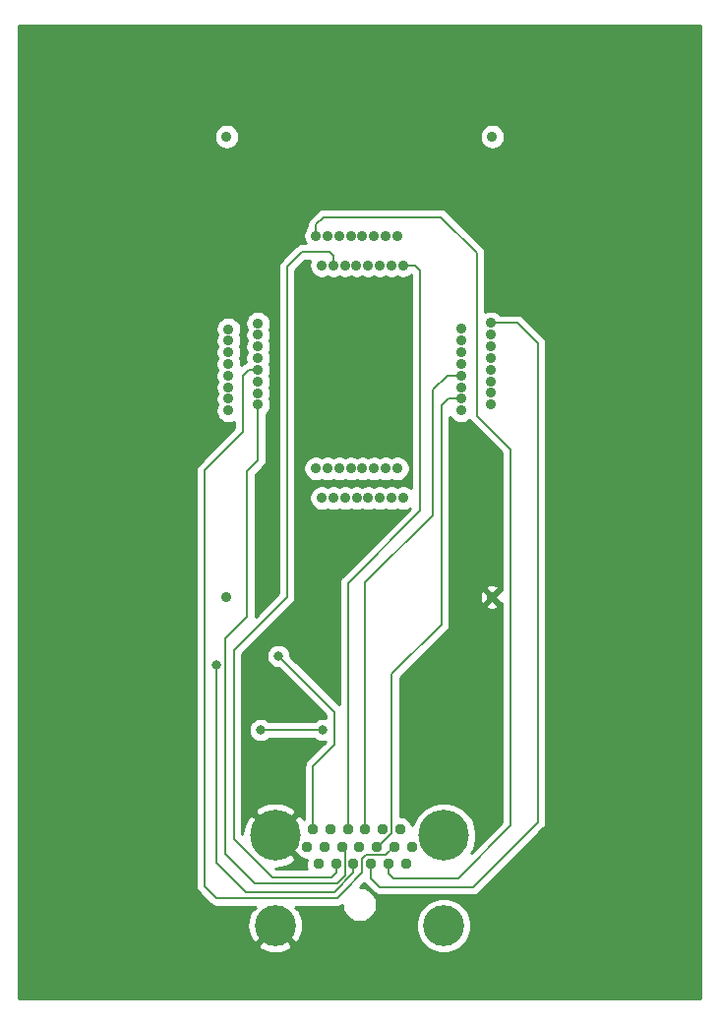
<source format=gbr>
G04 #@! TF.GenerationSoftware,KiCad,Pcbnew,5.1.2-1.fc30*
G04 #@! TF.CreationDate,2019-08-21T13:34:15+02:00*
G04 #@! TF.ProjectId,CarteScreening,43617274-6553-4637-9265-656e696e672e,rev?*
G04 #@! TF.SameCoordinates,Original*
G04 #@! TF.FileFunction,Copper,L1,Top*
G04 #@! TF.FilePolarity,Positive*
%FSLAX46Y46*%
G04 Gerber Fmt 4.6, Leading zero omitted, Abs format (unit mm)*
G04 Created by KiCad (PCBNEW 5.1.2-1.fc30) date 2019-08-21 13:34:15*
%MOMM*%
%LPD*%
G04 APERTURE LIST*
%ADD10C,0.914400*%
%ADD11C,3.526000*%
%ADD12C,4.364000*%
%ADD13C,0.950000*%
%ADD14C,0.800000*%
%ADD15C,0.200000*%
%ADD16C,0.254000*%
G04 APERTURE END LIST*
D10*
X138722400Y-82758440D03*
X141262400Y-81257300D03*
X138722400Y-80756920D03*
X138722400Y-78755400D03*
X141262400Y-78255020D03*
X141262400Y-79255780D03*
X141262400Y-83258820D03*
X141262400Y-80256540D03*
X141262400Y-82258060D03*
X138722400Y-79756160D03*
X141262400Y-77254260D03*
X138722400Y-81757680D03*
X138722400Y-76753880D03*
X138722400Y-77754640D03*
X138722400Y-83759200D03*
X141262400Y-76253500D03*
X147241560Y-68722400D03*
X148742700Y-71262400D03*
X149243080Y-68722400D03*
X151244600Y-68722400D03*
X151744980Y-71262400D03*
X150744220Y-71262400D03*
X146741180Y-71262400D03*
X149743460Y-71262400D03*
X147741940Y-71262400D03*
X150243840Y-68722400D03*
X152745740Y-71262400D03*
X148242320Y-68722400D03*
X153246120Y-68722400D03*
X152245360Y-68722400D03*
X146240800Y-68722400D03*
X153746500Y-71262400D03*
X161277600Y-77241560D03*
X158737600Y-78742700D03*
X161277600Y-79243080D03*
X161277600Y-81244600D03*
X158737600Y-81744980D03*
X158737600Y-80744220D03*
X158737600Y-76741180D03*
X158737600Y-79743460D03*
X158737600Y-77741940D03*
X161277600Y-80243840D03*
X158737600Y-82745740D03*
X161277600Y-78242320D03*
X161277600Y-83246120D03*
X161277600Y-82245360D03*
X161277600Y-76240800D03*
X158737600Y-83746500D03*
X153759200Y-91277600D03*
X153258820Y-88737600D03*
X152758440Y-91277600D03*
X152258060Y-88737600D03*
X151757680Y-91277600D03*
X151257300Y-88737600D03*
X150756920Y-91277600D03*
X150256540Y-88737600D03*
X149756160Y-91277600D03*
X149255780Y-88737600D03*
X148755400Y-91277600D03*
X148255020Y-88737600D03*
X147754640Y-91277600D03*
X147254260Y-88737600D03*
X146753880Y-91277600D03*
X146253500Y-88737600D03*
X138570000Y-99812000D03*
X161430000Y-99812000D03*
X161430000Y-60188000D03*
X138570000Y-60188000D03*
D11*
X142745000Y-128090000D03*
D12*
X142745000Y-120330000D03*
D11*
X157245000Y-128090000D03*
D12*
X157245000Y-120330000D03*
D13*
X145495000Y-121290000D03*
X145995000Y-119790000D03*
X146495000Y-122790000D03*
X146995000Y-121290000D03*
X147495000Y-119790000D03*
X147995000Y-122790000D03*
X148495000Y-121290000D03*
X148995000Y-119790000D03*
X149495000Y-122790000D03*
X149995000Y-121290000D03*
X150495000Y-119790000D03*
X150995000Y-122790000D03*
X151495000Y-121290000D03*
X151995000Y-119790000D03*
X152495000Y-122790000D03*
X152995000Y-121290000D03*
X153495000Y-119790000D03*
X153995000Y-122790000D03*
X154495000Y-121290000D03*
D14*
X161000000Y-86800000D03*
X150900000Y-78000000D03*
X146200000Y-73800000D03*
X146200000Y-78000000D03*
X147400000Y-100500000D03*
X146812000Y-111252000D03*
X143022800Y-104881200D03*
X137668000Y-105664000D03*
X141478000Y-111252000D03*
D15*
X147828000Y-109686400D02*
X143022800Y-104881200D01*
X147828000Y-112522000D02*
X147828000Y-109686400D01*
X145995000Y-119790000D02*
X145995000Y-114355000D01*
X145995000Y-114355000D02*
X147828000Y-112522000D01*
X147741940Y-70441940D02*
X147741940Y-71262400D01*
X145034000Y-70104000D02*
X147404000Y-70104000D01*
X147404000Y-70104000D02*
X147741940Y-70441940D01*
X139192000Y-104394000D02*
X143764000Y-99822000D01*
X147995000Y-123531000D02*
X147574000Y-123952000D01*
X143764000Y-99822000D02*
X143764000Y-71374000D01*
X147995000Y-122790000D02*
X147995000Y-123531000D01*
X147574000Y-123952000D02*
X142494000Y-123952000D01*
X142494000Y-123952000D02*
X139192000Y-120650000D01*
X143764000Y-71374000D02*
X145034000Y-70104000D01*
X139192000Y-120650000D02*
X139192000Y-104394000D01*
X148495000Y-121290000D02*
X148745100Y-121540100D01*
X148082000Y-124460000D02*
X148745100Y-123796900D01*
X140970000Y-124460000D02*
X148082000Y-124460000D01*
X138430000Y-121920000D02*
X140970000Y-124460000D01*
X138430000Y-103378000D02*
X138430000Y-121920000D01*
X140305300Y-101502700D02*
X138430000Y-103378000D01*
X148745100Y-122837100D02*
X148745100Y-123112700D01*
X148745100Y-121540100D02*
X148745100Y-122837100D01*
X148745100Y-123796900D02*
X148745100Y-122837100D01*
X141262400Y-83258820D02*
X141262400Y-88040200D01*
X140305300Y-88997300D02*
X140305300Y-101502700D01*
X141262400Y-88040200D02*
X140305300Y-88997300D01*
X153746500Y-71262400D02*
X154762400Y-71262400D01*
X155200000Y-71700000D02*
X155200000Y-92400000D01*
X154762400Y-71262400D02*
X155200000Y-71700000D01*
X148995000Y-98605000D02*
X148995000Y-119790000D01*
X155200000Y-92400000D02*
X148995000Y-98605000D01*
X149495000Y-122790000D02*
X149495000Y-123555000D01*
X149495000Y-123555000D02*
X147828000Y-125222000D01*
X147828000Y-125222000D02*
X140208000Y-125222000D01*
X140208000Y-125222000D02*
X137668000Y-122682000D01*
X137668000Y-122682000D02*
X137668000Y-105664000D01*
X158737600Y-80744220D02*
X157555780Y-80744220D01*
X157555780Y-80744220D02*
X156340900Y-81959100D01*
X156340900Y-81959100D02*
X156340900Y-83459100D01*
X156340900Y-83459100D02*
X156340900Y-83140900D01*
X150495000Y-98505000D02*
X150595000Y-98505000D01*
X150495000Y-119790000D02*
X150495000Y-98505000D01*
X156340900Y-92759100D02*
X156340900Y-83459100D01*
X150595000Y-98505000D02*
X156340900Y-92759100D01*
X165330000Y-119210000D02*
X162295000Y-122245000D01*
X162295000Y-122245000D02*
X159760000Y-124780000D01*
X165330000Y-77970000D02*
X165330000Y-119210000D01*
X162420000Y-122120000D02*
X162295000Y-122245000D01*
X163600800Y-76240800D02*
X165330000Y-77970000D01*
X161277600Y-76240800D02*
X163600800Y-76240800D01*
X150995000Y-122790000D02*
X150995000Y-124005000D01*
X151770000Y-124780000D02*
X153090000Y-124780000D01*
X150995000Y-124005000D02*
X151770000Y-124780000D01*
X159760000Y-124780000D02*
X153090000Y-124780000D01*
X153090000Y-124780000D02*
X152985000Y-124780000D01*
X151495000Y-121290000D02*
X151580500Y-121290000D01*
X151580500Y-121290000D02*
X152744900Y-120125600D01*
X152744900Y-120125600D02*
X152744900Y-106466800D01*
X158737600Y-82745740D02*
X157654260Y-82745740D01*
X157055850Y-83344150D02*
X157055850Y-102155850D01*
X157654260Y-82745740D02*
X157055850Y-83344150D01*
X152744900Y-106466800D02*
X157055850Y-102155850D01*
X141478000Y-111252000D02*
X146812000Y-111252000D01*
X163000000Y-119490000D02*
X163000000Y-87100000D01*
X158490000Y-124000000D02*
X163000000Y-119490000D01*
X152890000Y-124000000D02*
X158490000Y-124000000D01*
X152495000Y-122790000D02*
X152495000Y-123605000D01*
X163000000Y-87100000D02*
X160100000Y-84200000D01*
X152495000Y-123605000D02*
X152890000Y-124000000D01*
X146240800Y-68722400D02*
X146240800Y-67759200D01*
X146240800Y-67759200D02*
X146900000Y-67100000D01*
X146900000Y-67100000D02*
X157000000Y-67100000D01*
X157000000Y-67100000D02*
X160100000Y-70200000D01*
X160100000Y-84200000D02*
X160100000Y-75200000D01*
X160100000Y-70200000D02*
X160100000Y-75200000D01*
X160100000Y-75200000D02*
X160100000Y-74900000D01*
X148717000Y-125095000D02*
X148590000Y-125222000D01*
X139954900Y-85597100D02*
X139954900Y-80745100D01*
X140443460Y-80256540D02*
X141262400Y-80256540D01*
X139954900Y-80745100D02*
X140443460Y-80256540D01*
X148082000Y-125730000D02*
X137668000Y-125730000D01*
X148717000Y-125095000D02*
X148082000Y-125730000D01*
X137668000Y-125730000D02*
X136652000Y-124714000D01*
X136652000Y-88900000D02*
X139954900Y-85597100D01*
X136652000Y-124714000D02*
X136652000Y-88900000D01*
X150245000Y-123567000D02*
X148717000Y-125095000D01*
X150245000Y-122355000D02*
X150245000Y-123567000D01*
X150584500Y-122015500D02*
X150245000Y-122355000D01*
X152995000Y-121290000D02*
X152269500Y-122015500D01*
X152269500Y-122015500D02*
X150584500Y-122015500D01*
D16*
G36*
X179340001Y-134340000D02*
G01*
X120660000Y-134340000D01*
X120660000Y-129768860D01*
X141245745Y-129768860D01*
X141433384Y-130111349D01*
X141852932Y-130328392D01*
X142306761Y-130459417D01*
X142777433Y-130499385D01*
X143246857Y-130446762D01*
X143696996Y-130303570D01*
X144056616Y-130111349D01*
X144244255Y-129768860D01*
X142745000Y-128269605D01*
X141245745Y-129768860D01*
X120660000Y-129768860D01*
X120660000Y-88900000D01*
X135913444Y-88900000D01*
X135917001Y-88936115D01*
X135917000Y-124677895D01*
X135913444Y-124714000D01*
X135923065Y-124811680D01*
X135927635Y-124858084D01*
X135969663Y-124996632D01*
X136037913Y-125124319D01*
X136129762Y-125236237D01*
X136157808Y-125259254D01*
X137122746Y-126224193D01*
X137145762Y-126252238D01*
X137257680Y-126344087D01*
X137385367Y-126412337D01*
X137472347Y-126438722D01*
X137523914Y-126454365D01*
X137668000Y-126468556D01*
X137704105Y-126465000D01*
X140963176Y-126465000D01*
X140951784Y-126476392D01*
X141066138Y-126590746D01*
X140723651Y-126778384D01*
X140506608Y-127197932D01*
X140375583Y-127651761D01*
X140335615Y-128122433D01*
X140388238Y-128591857D01*
X140531430Y-129041996D01*
X140723651Y-129401616D01*
X141066140Y-129589255D01*
X142565395Y-128090000D01*
X142551253Y-128075858D01*
X142730858Y-127896253D01*
X142745000Y-127910395D01*
X142759143Y-127896253D01*
X142938748Y-128075858D01*
X142924605Y-128090000D01*
X144423860Y-129589255D01*
X144766349Y-129401616D01*
X144983392Y-128982068D01*
X145114417Y-128528239D01*
X145154385Y-128057567D01*
X145131545Y-127853818D01*
X154847000Y-127853818D01*
X154847000Y-128326182D01*
X154939154Y-128789471D01*
X155119920Y-129225879D01*
X155382352Y-129618636D01*
X155716364Y-129952648D01*
X156109121Y-130215080D01*
X156545529Y-130395846D01*
X157008818Y-130488000D01*
X157481182Y-130488000D01*
X157944471Y-130395846D01*
X158380879Y-130215080D01*
X158773636Y-129952648D01*
X159107648Y-129618636D01*
X159370080Y-129225879D01*
X159550846Y-128789471D01*
X159643000Y-128326182D01*
X159643000Y-127853818D01*
X159550846Y-127390529D01*
X159370080Y-126954121D01*
X159107648Y-126561364D01*
X158773636Y-126227352D01*
X158380879Y-125964920D01*
X157944471Y-125784154D01*
X157481182Y-125692000D01*
X157008818Y-125692000D01*
X156545529Y-125784154D01*
X156109121Y-125964920D01*
X155716364Y-126227352D01*
X155382352Y-126561364D01*
X155119920Y-126954121D01*
X154939154Y-127390529D01*
X154847000Y-127853818D01*
X145131545Y-127853818D01*
X145101762Y-127588143D01*
X144958570Y-127138004D01*
X144766349Y-126778384D01*
X144423862Y-126590746D01*
X144538216Y-126476392D01*
X144526824Y-126465000D01*
X148045895Y-126465000D01*
X148082000Y-126468556D01*
X148118105Y-126465000D01*
X148226085Y-126454365D01*
X148364633Y-126412337D01*
X148485000Y-126348000D01*
X148485000Y-126438722D01*
X148543029Y-126730451D01*
X148656856Y-127005253D01*
X148822107Y-127252569D01*
X149032431Y-127462893D01*
X149279747Y-127628144D01*
X149554549Y-127741971D01*
X149846278Y-127800000D01*
X150143722Y-127800000D01*
X150435451Y-127741971D01*
X150710253Y-127628144D01*
X150957569Y-127462893D01*
X151167893Y-127252569D01*
X151333144Y-127005253D01*
X151446971Y-126730451D01*
X151505000Y-126438722D01*
X151505000Y-126141278D01*
X151446971Y-125849549D01*
X151333144Y-125574747D01*
X151167893Y-125327431D01*
X150957569Y-125117107D01*
X150710253Y-124951856D01*
X150435451Y-124838029D01*
X150143722Y-124780000D01*
X150071447Y-124780000D01*
X150405801Y-124445645D01*
X150472763Y-124527238D01*
X150500808Y-124550254D01*
X151224746Y-125274193D01*
X151247762Y-125302238D01*
X151275806Y-125325253D01*
X151359680Y-125394087D01*
X151487366Y-125462337D01*
X151625915Y-125504365D01*
X151770000Y-125518556D01*
X151806105Y-125515000D01*
X159723895Y-125515000D01*
X159760000Y-125518556D01*
X159796105Y-125515000D01*
X159904085Y-125504365D01*
X160042633Y-125462337D01*
X160170320Y-125394087D01*
X160282238Y-125302238D01*
X160305259Y-125274188D01*
X162840253Y-122739194D01*
X162840258Y-122739188D01*
X162965253Y-122614193D01*
X165824193Y-119755254D01*
X165852238Y-119732238D01*
X165944087Y-119620320D01*
X166012337Y-119492633D01*
X166054365Y-119354085D01*
X166065000Y-119246105D01*
X166065000Y-119246098D01*
X166068555Y-119210001D01*
X166065000Y-119173904D01*
X166065000Y-78006096D01*
X166068555Y-77969999D01*
X166065000Y-77933902D01*
X166065000Y-77933895D01*
X166054365Y-77825915D01*
X166042714Y-77787505D01*
X166037892Y-77771611D01*
X166012337Y-77687367D01*
X165944087Y-77559680D01*
X165900117Y-77506103D01*
X165875253Y-77475806D01*
X165875250Y-77475803D01*
X165852237Y-77447762D01*
X165824197Y-77424750D01*
X164146058Y-75746612D01*
X164123038Y-75718562D01*
X164011120Y-75626713D01*
X163883433Y-75558463D01*
X163744885Y-75516435D01*
X163636905Y-75505800D01*
X163600800Y-75502244D01*
X163564695Y-75505800D01*
X162087204Y-75505800D01*
X161973837Y-75392433D01*
X161794951Y-75272905D01*
X161596183Y-75190572D01*
X161385172Y-75148600D01*
X161170028Y-75148600D01*
X160959017Y-75190572D01*
X160835000Y-75241942D01*
X160835000Y-70236104D01*
X160838556Y-70199999D01*
X160824365Y-70055914D01*
X160795244Y-69959916D01*
X160782337Y-69917367D01*
X160714087Y-69789680D01*
X160654911Y-69717575D01*
X160645253Y-69705806D01*
X160645250Y-69705803D01*
X160622237Y-69677762D01*
X160594197Y-69654750D01*
X157545259Y-66605813D01*
X157522238Y-66577762D01*
X157410320Y-66485913D01*
X157282633Y-66417663D01*
X157144085Y-66375635D01*
X157036105Y-66365000D01*
X157000000Y-66361444D01*
X156963895Y-66365000D01*
X146936105Y-66365000D01*
X146900000Y-66361444D01*
X146755915Y-66375635D01*
X146617366Y-66417663D01*
X146489680Y-66485913D01*
X146377762Y-66577762D01*
X146354746Y-66605807D01*
X145746608Y-67213946D01*
X145718563Y-67236962D01*
X145626714Y-67348880D01*
X145558464Y-67476567D01*
X145516435Y-67615115D01*
X145502244Y-67759200D01*
X145505801Y-67795314D01*
X145505801Y-67912795D01*
X145392433Y-68026163D01*
X145272905Y-68205049D01*
X145190572Y-68403817D01*
X145148600Y-68614828D01*
X145148600Y-68829972D01*
X145190572Y-69040983D01*
X145272905Y-69239751D01*
X145359267Y-69369000D01*
X145070094Y-69369000D01*
X145033999Y-69365445D01*
X144997904Y-69369000D01*
X144997895Y-69369000D01*
X144889915Y-69379635D01*
X144751367Y-69421663D01*
X144623680Y-69489913D01*
X144511762Y-69581762D01*
X144488746Y-69609807D01*
X143269808Y-70828746D01*
X143241763Y-70851762D01*
X143149914Y-70963680D01*
X143137346Y-70987193D01*
X143081664Y-71091367D01*
X143039635Y-71229915D01*
X143025444Y-71374000D01*
X143029001Y-71410115D01*
X143029000Y-99517553D01*
X141043856Y-101502698D01*
X141040300Y-101466595D01*
X141040300Y-89301746D01*
X141756593Y-88585454D01*
X141784638Y-88562438D01*
X141876487Y-88450520D01*
X141944737Y-88322833D01*
X141986765Y-88184285D01*
X141997400Y-88076305D01*
X142000956Y-88040200D01*
X141997400Y-88004095D01*
X141997400Y-84068424D01*
X142110767Y-83955057D01*
X142230295Y-83776171D01*
X142312628Y-83577403D01*
X142354600Y-83366392D01*
X142354600Y-83151248D01*
X142312628Y-82940237D01*
X142237325Y-82758440D01*
X142312628Y-82576643D01*
X142354600Y-82365632D01*
X142354600Y-82150488D01*
X142312628Y-81939477D01*
X142237325Y-81757680D01*
X142312628Y-81575883D01*
X142354600Y-81364872D01*
X142354600Y-81149728D01*
X142312628Y-80938717D01*
X142237325Y-80756920D01*
X142312628Y-80575123D01*
X142354600Y-80364112D01*
X142354600Y-80148968D01*
X142312628Y-79937957D01*
X142237325Y-79756160D01*
X142312628Y-79574363D01*
X142354600Y-79363352D01*
X142354600Y-79148208D01*
X142312628Y-78937197D01*
X142237325Y-78755400D01*
X142312628Y-78573603D01*
X142354600Y-78362592D01*
X142354600Y-78147448D01*
X142312628Y-77936437D01*
X142237325Y-77754640D01*
X142312628Y-77572843D01*
X142354600Y-77361832D01*
X142354600Y-77146688D01*
X142312628Y-76935677D01*
X142237325Y-76753880D01*
X142312628Y-76572083D01*
X142354600Y-76361072D01*
X142354600Y-76145928D01*
X142312628Y-75934917D01*
X142230295Y-75736149D01*
X142110767Y-75557263D01*
X141958637Y-75405133D01*
X141779751Y-75285605D01*
X141580983Y-75203272D01*
X141369972Y-75161300D01*
X141154828Y-75161300D01*
X140943817Y-75203272D01*
X140745049Y-75285605D01*
X140566163Y-75405133D01*
X140414033Y-75557263D01*
X140294505Y-75736149D01*
X140212172Y-75934917D01*
X140170200Y-76145928D01*
X140170200Y-76361072D01*
X140212172Y-76572083D01*
X140287475Y-76753880D01*
X140212172Y-76935677D01*
X140170200Y-77146688D01*
X140170200Y-77361832D01*
X140212172Y-77572843D01*
X140287475Y-77754640D01*
X140212172Y-77936437D01*
X140170200Y-78147448D01*
X140170200Y-78362592D01*
X140212172Y-78573603D01*
X140287475Y-78755400D01*
X140212172Y-78937197D01*
X140170200Y-79148208D01*
X140170200Y-79363352D01*
X140209220Y-79559523D01*
X140160827Y-79574203D01*
X140033140Y-79642453D01*
X139921222Y-79734302D01*
X139898201Y-79762353D01*
X139814600Y-79845954D01*
X139814600Y-79648588D01*
X139772628Y-79437577D01*
X139697325Y-79255780D01*
X139772628Y-79073983D01*
X139814600Y-78862972D01*
X139814600Y-78647828D01*
X139772628Y-78436817D01*
X139697325Y-78255020D01*
X139772628Y-78073223D01*
X139814600Y-77862212D01*
X139814600Y-77647068D01*
X139772628Y-77436057D01*
X139697325Y-77254260D01*
X139772628Y-77072463D01*
X139814600Y-76861452D01*
X139814600Y-76646308D01*
X139772628Y-76435297D01*
X139690295Y-76236529D01*
X139570767Y-76057643D01*
X139418637Y-75905513D01*
X139239751Y-75785985D01*
X139040983Y-75703652D01*
X138829972Y-75661680D01*
X138614828Y-75661680D01*
X138403817Y-75703652D01*
X138205049Y-75785985D01*
X138026163Y-75905513D01*
X137874033Y-76057643D01*
X137754505Y-76236529D01*
X137672172Y-76435297D01*
X137630200Y-76646308D01*
X137630200Y-76861452D01*
X137672172Y-77072463D01*
X137747475Y-77254260D01*
X137672172Y-77436057D01*
X137630200Y-77647068D01*
X137630200Y-77862212D01*
X137672172Y-78073223D01*
X137747475Y-78255020D01*
X137672172Y-78436817D01*
X137630200Y-78647828D01*
X137630200Y-78862972D01*
X137672172Y-79073983D01*
X137747475Y-79255780D01*
X137672172Y-79437577D01*
X137630200Y-79648588D01*
X137630200Y-79863732D01*
X137672172Y-80074743D01*
X137747475Y-80256540D01*
X137672172Y-80438337D01*
X137630200Y-80649348D01*
X137630200Y-80864492D01*
X137672172Y-81075503D01*
X137747475Y-81257300D01*
X137672172Y-81439097D01*
X137630200Y-81650108D01*
X137630200Y-81865252D01*
X137672172Y-82076263D01*
X137747475Y-82258060D01*
X137672172Y-82439857D01*
X137630200Y-82650868D01*
X137630200Y-82866012D01*
X137672172Y-83077023D01*
X137747475Y-83258820D01*
X137672172Y-83440617D01*
X137630200Y-83651628D01*
X137630200Y-83866772D01*
X137672172Y-84077783D01*
X137754505Y-84276551D01*
X137874033Y-84455437D01*
X138026163Y-84607567D01*
X138205049Y-84727095D01*
X138403817Y-84809428D01*
X138614828Y-84851400D01*
X138829972Y-84851400D01*
X139040983Y-84809428D01*
X139219900Y-84735318D01*
X139219900Y-85292653D01*
X136157808Y-88354746D01*
X136129763Y-88377762D01*
X136037914Y-88489680D01*
X136014014Y-88534394D01*
X135969664Y-88617367D01*
X135927635Y-88755915D01*
X135913444Y-88900000D01*
X120660000Y-88900000D01*
X120660000Y-60080428D01*
X137477800Y-60080428D01*
X137477800Y-60295572D01*
X137519772Y-60506583D01*
X137602105Y-60705351D01*
X137721633Y-60884237D01*
X137873763Y-61036367D01*
X138052649Y-61155895D01*
X138251417Y-61238228D01*
X138462428Y-61280200D01*
X138677572Y-61280200D01*
X138888583Y-61238228D01*
X139087351Y-61155895D01*
X139266237Y-61036367D01*
X139418367Y-60884237D01*
X139537895Y-60705351D01*
X139620228Y-60506583D01*
X139662200Y-60295572D01*
X139662200Y-60080428D01*
X160337800Y-60080428D01*
X160337800Y-60295572D01*
X160379772Y-60506583D01*
X160462105Y-60705351D01*
X160581633Y-60884237D01*
X160733763Y-61036367D01*
X160912649Y-61155895D01*
X161111417Y-61238228D01*
X161322428Y-61280200D01*
X161537572Y-61280200D01*
X161748583Y-61238228D01*
X161947351Y-61155895D01*
X162126237Y-61036367D01*
X162278367Y-60884237D01*
X162397895Y-60705351D01*
X162480228Y-60506583D01*
X162522200Y-60295572D01*
X162522200Y-60080428D01*
X162480228Y-59869417D01*
X162397895Y-59670649D01*
X162278367Y-59491763D01*
X162126237Y-59339633D01*
X161947351Y-59220105D01*
X161748583Y-59137772D01*
X161537572Y-59095800D01*
X161322428Y-59095800D01*
X161111417Y-59137772D01*
X160912649Y-59220105D01*
X160733763Y-59339633D01*
X160581633Y-59491763D01*
X160462105Y-59670649D01*
X160379772Y-59869417D01*
X160337800Y-60080428D01*
X139662200Y-60080428D01*
X139620228Y-59869417D01*
X139537895Y-59670649D01*
X139418367Y-59491763D01*
X139266237Y-59339633D01*
X139087351Y-59220105D01*
X138888583Y-59137772D01*
X138677572Y-59095800D01*
X138462428Y-59095800D01*
X138251417Y-59137772D01*
X138052649Y-59220105D01*
X137873763Y-59339633D01*
X137721633Y-59491763D01*
X137602105Y-59670649D01*
X137519772Y-59869417D01*
X137477800Y-60080428D01*
X120660000Y-60080428D01*
X120660000Y-50660000D01*
X179340000Y-50660000D01*
X179340001Y-134340000D01*
X179340001Y-134340000D01*
G37*
X179340001Y-134340000D02*
X120660000Y-134340000D01*
X120660000Y-129768860D01*
X141245745Y-129768860D01*
X141433384Y-130111349D01*
X141852932Y-130328392D01*
X142306761Y-130459417D01*
X142777433Y-130499385D01*
X143246857Y-130446762D01*
X143696996Y-130303570D01*
X144056616Y-130111349D01*
X144244255Y-129768860D01*
X142745000Y-128269605D01*
X141245745Y-129768860D01*
X120660000Y-129768860D01*
X120660000Y-88900000D01*
X135913444Y-88900000D01*
X135917001Y-88936115D01*
X135917000Y-124677895D01*
X135913444Y-124714000D01*
X135923065Y-124811680D01*
X135927635Y-124858084D01*
X135969663Y-124996632D01*
X136037913Y-125124319D01*
X136129762Y-125236237D01*
X136157808Y-125259254D01*
X137122746Y-126224193D01*
X137145762Y-126252238D01*
X137257680Y-126344087D01*
X137385367Y-126412337D01*
X137472347Y-126438722D01*
X137523914Y-126454365D01*
X137668000Y-126468556D01*
X137704105Y-126465000D01*
X140963176Y-126465000D01*
X140951784Y-126476392D01*
X141066138Y-126590746D01*
X140723651Y-126778384D01*
X140506608Y-127197932D01*
X140375583Y-127651761D01*
X140335615Y-128122433D01*
X140388238Y-128591857D01*
X140531430Y-129041996D01*
X140723651Y-129401616D01*
X141066140Y-129589255D01*
X142565395Y-128090000D01*
X142551253Y-128075858D01*
X142730858Y-127896253D01*
X142745000Y-127910395D01*
X142759143Y-127896253D01*
X142938748Y-128075858D01*
X142924605Y-128090000D01*
X144423860Y-129589255D01*
X144766349Y-129401616D01*
X144983392Y-128982068D01*
X145114417Y-128528239D01*
X145154385Y-128057567D01*
X145131545Y-127853818D01*
X154847000Y-127853818D01*
X154847000Y-128326182D01*
X154939154Y-128789471D01*
X155119920Y-129225879D01*
X155382352Y-129618636D01*
X155716364Y-129952648D01*
X156109121Y-130215080D01*
X156545529Y-130395846D01*
X157008818Y-130488000D01*
X157481182Y-130488000D01*
X157944471Y-130395846D01*
X158380879Y-130215080D01*
X158773636Y-129952648D01*
X159107648Y-129618636D01*
X159370080Y-129225879D01*
X159550846Y-128789471D01*
X159643000Y-128326182D01*
X159643000Y-127853818D01*
X159550846Y-127390529D01*
X159370080Y-126954121D01*
X159107648Y-126561364D01*
X158773636Y-126227352D01*
X158380879Y-125964920D01*
X157944471Y-125784154D01*
X157481182Y-125692000D01*
X157008818Y-125692000D01*
X156545529Y-125784154D01*
X156109121Y-125964920D01*
X155716364Y-126227352D01*
X155382352Y-126561364D01*
X155119920Y-126954121D01*
X154939154Y-127390529D01*
X154847000Y-127853818D01*
X145131545Y-127853818D01*
X145101762Y-127588143D01*
X144958570Y-127138004D01*
X144766349Y-126778384D01*
X144423862Y-126590746D01*
X144538216Y-126476392D01*
X144526824Y-126465000D01*
X148045895Y-126465000D01*
X148082000Y-126468556D01*
X148118105Y-126465000D01*
X148226085Y-126454365D01*
X148364633Y-126412337D01*
X148485000Y-126348000D01*
X148485000Y-126438722D01*
X148543029Y-126730451D01*
X148656856Y-127005253D01*
X148822107Y-127252569D01*
X149032431Y-127462893D01*
X149279747Y-127628144D01*
X149554549Y-127741971D01*
X149846278Y-127800000D01*
X150143722Y-127800000D01*
X150435451Y-127741971D01*
X150710253Y-127628144D01*
X150957569Y-127462893D01*
X151167893Y-127252569D01*
X151333144Y-127005253D01*
X151446971Y-126730451D01*
X151505000Y-126438722D01*
X151505000Y-126141278D01*
X151446971Y-125849549D01*
X151333144Y-125574747D01*
X151167893Y-125327431D01*
X150957569Y-125117107D01*
X150710253Y-124951856D01*
X150435451Y-124838029D01*
X150143722Y-124780000D01*
X150071447Y-124780000D01*
X150405801Y-124445645D01*
X150472763Y-124527238D01*
X150500808Y-124550254D01*
X151224746Y-125274193D01*
X151247762Y-125302238D01*
X151275806Y-125325253D01*
X151359680Y-125394087D01*
X151487366Y-125462337D01*
X151625915Y-125504365D01*
X151770000Y-125518556D01*
X151806105Y-125515000D01*
X159723895Y-125515000D01*
X159760000Y-125518556D01*
X159796105Y-125515000D01*
X159904085Y-125504365D01*
X160042633Y-125462337D01*
X160170320Y-125394087D01*
X160282238Y-125302238D01*
X160305259Y-125274188D01*
X162840253Y-122739194D01*
X162840258Y-122739188D01*
X162965253Y-122614193D01*
X165824193Y-119755254D01*
X165852238Y-119732238D01*
X165944087Y-119620320D01*
X166012337Y-119492633D01*
X166054365Y-119354085D01*
X166065000Y-119246105D01*
X166065000Y-119246098D01*
X166068555Y-119210001D01*
X166065000Y-119173904D01*
X166065000Y-78006096D01*
X166068555Y-77969999D01*
X166065000Y-77933902D01*
X166065000Y-77933895D01*
X166054365Y-77825915D01*
X166042714Y-77787505D01*
X166037892Y-77771611D01*
X166012337Y-77687367D01*
X165944087Y-77559680D01*
X165900117Y-77506103D01*
X165875253Y-77475806D01*
X165875250Y-77475803D01*
X165852237Y-77447762D01*
X165824197Y-77424750D01*
X164146058Y-75746612D01*
X164123038Y-75718562D01*
X164011120Y-75626713D01*
X163883433Y-75558463D01*
X163744885Y-75516435D01*
X163636905Y-75505800D01*
X163600800Y-75502244D01*
X163564695Y-75505800D01*
X162087204Y-75505800D01*
X161973837Y-75392433D01*
X161794951Y-75272905D01*
X161596183Y-75190572D01*
X161385172Y-75148600D01*
X161170028Y-75148600D01*
X160959017Y-75190572D01*
X160835000Y-75241942D01*
X160835000Y-70236104D01*
X160838556Y-70199999D01*
X160824365Y-70055914D01*
X160795244Y-69959916D01*
X160782337Y-69917367D01*
X160714087Y-69789680D01*
X160654911Y-69717575D01*
X160645253Y-69705806D01*
X160645250Y-69705803D01*
X160622237Y-69677762D01*
X160594197Y-69654750D01*
X157545259Y-66605813D01*
X157522238Y-66577762D01*
X157410320Y-66485913D01*
X157282633Y-66417663D01*
X157144085Y-66375635D01*
X157036105Y-66365000D01*
X157000000Y-66361444D01*
X156963895Y-66365000D01*
X146936105Y-66365000D01*
X146900000Y-66361444D01*
X146755915Y-66375635D01*
X146617366Y-66417663D01*
X146489680Y-66485913D01*
X146377762Y-66577762D01*
X146354746Y-66605807D01*
X145746608Y-67213946D01*
X145718563Y-67236962D01*
X145626714Y-67348880D01*
X145558464Y-67476567D01*
X145516435Y-67615115D01*
X145502244Y-67759200D01*
X145505801Y-67795314D01*
X145505801Y-67912795D01*
X145392433Y-68026163D01*
X145272905Y-68205049D01*
X145190572Y-68403817D01*
X145148600Y-68614828D01*
X145148600Y-68829972D01*
X145190572Y-69040983D01*
X145272905Y-69239751D01*
X145359267Y-69369000D01*
X145070094Y-69369000D01*
X145033999Y-69365445D01*
X144997904Y-69369000D01*
X144997895Y-69369000D01*
X144889915Y-69379635D01*
X144751367Y-69421663D01*
X144623680Y-69489913D01*
X144511762Y-69581762D01*
X144488746Y-69609807D01*
X143269808Y-70828746D01*
X143241763Y-70851762D01*
X143149914Y-70963680D01*
X143137346Y-70987193D01*
X143081664Y-71091367D01*
X143039635Y-71229915D01*
X143025444Y-71374000D01*
X143029001Y-71410115D01*
X143029000Y-99517553D01*
X141043856Y-101502698D01*
X141040300Y-101466595D01*
X141040300Y-89301746D01*
X141756593Y-88585454D01*
X141784638Y-88562438D01*
X141876487Y-88450520D01*
X141944737Y-88322833D01*
X141986765Y-88184285D01*
X141997400Y-88076305D01*
X142000956Y-88040200D01*
X141997400Y-88004095D01*
X141997400Y-84068424D01*
X142110767Y-83955057D01*
X142230295Y-83776171D01*
X142312628Y-83577403D01*
X142354600Y-83366392D01*
X142354600Y-83151248D01*
X142312628Y-82940237D01*
X142237325Y-82758440D01*
X142312628Y-82576643D01*
X142354600Y-82365632D01*
X142354600Y-82150488D01*
X142312628Y-81939477D01*
X142237325Y-81757680D01*
X142312628Y-81575883D01*
X142354600Y-81364872D01*
X142354600Y-81149728D01*
X142312628Y-80938717D01*
X142237325Y-80756920D01*
X142312628Y-80575123D01*
X142354600Y-80364112D01*
X142354600Y-80148968D01*
X142312628Y-79937957D01*
X142237325Y-79756160D01*
X142312628Y-79574363D01*
X142354600Y-79363352D01*
X142354600Y-79148208D01*
X142312628Y-78937197D01*
X142237325Y-78755400D01*
X142312628Y-78573603D01*
X142354600Y-78362592D01*
X142354600Y-78147448D01*
X142312628Y-77936437D01*
X142237325Y-77754640D01*
X142312628Y-77572843D01*
X142354600Y-77361832D01*
X142354600Y-77146688D01*
X142312628Y-76935677D01*
X142237325Y-76753880D01*
X142312628Y-76572083D01*
X142354600Y-76361072D01*
X142354600Y-76145928D01*
X142312628Y-75934917D01*
X142230295Y-75736149D01*
X142110767Y-75557263D01*
X141958637Y-75405133D01*
X141779751Y-75285605D01*
X141580983Y-75203272D01*
X141369972Y-75161300D01*
X141154828Y-75161300D01*
X140943817Y-75203272D01*
X140745049Y-75285605D01*
X140566163Y-75405133D01*
X140414033Y-75557263D01*
X140294505Y-75736149D01*
X140212172Y-75934917D01*
X140170200Y-76145928D01*
X140170200Y-76361072D01*
X140212172Y-76572083D01*
X140287475Y-76753880D01*
X140212172Y-76935677D01*
X140170200Y-77146688D01*
X140170200Y-77361832D01*
X140212172Y-77572843D01*
X140287475Y-77754640D01*
X140212172Y-77936437D01*
X140170200Y-78147448D01*
X140170200Y-78362592D01*
X140212172Y-78573603D01*
X140287475Y-78755400D01*
X140212172Y-78937197D01*
X140170200Y-79148208D01*
X140170200Y-79363352D01*
X140209220Y-79559523D01*
X140160827Y-79574203D01*
X140033140Y-79642453D01*
X139921222Y-79734302D01*
X139898201Y-79762353D01*
X139814600Y-79845954D01*
X139814600Y-79648588D01*
X139772628Y-79437577D01*
X139697325Y-79255780D01*
X139772628Y-79073983D01*
X139814600Y-78862972D01*
X139814600Y-78647828D01*
X139772628Y-78436817D01*
X139697325Y-78255020D01*
X139772628Y-78073223D01*
X139814600Y-77862212D01*
X139814600Y-77647068D01*
X139772628Y-77436057D01*
X139697325Y-77254260D01*
X139772628Y-77072463D01*
X139814600Y-76861452D01*
X139814600Y-76646308D01*
X139772628Y-76435297D01*
X139690295Y-76236529D01*
X139570767Y-76057643D01*
X139418637Y-75905513D01*
X139239751Y-75785985D01*
X139040983Y-75703652D01*
X138829972Y-75661680D01*
X138614828Y-75661680D01*
X138403817Y-75703652D01*
X138205049Y-75785985D01*
X138026163Y-75905513D01*
X137874033Y-76057643D01*
X137754505Y-76236529D01*
X137672172Y-76435297D01*
X137630200Y-76646308D01*
X137630200Y-76861452D01*
X137672172Y-77072463D01*
X137747475Y-77254260D01*
X137672172Y-77436057D01*
X137630200Y-77647068D01*
X137630200Y-77862212D01*
X137672172Y-78073223D01*
X137747475Y-78255020D01*
X137672172Y-78436817D01*
X137630200Y-78647828D01*
X137630200Y-78862972D01*
X137672172Y-79073983D01*
X137747475Y-79255780D01*
X137672172Y-79437577D01*
X137630200Y-79648588D01*
X137630200Y-79863732D01*
X137672172Y-80074743D01*
X137747475Y-80256540D01*
X137672172Y-80438337D01*
X137630200Y-80649348D01*
X137630200Y-80864492D01*
X137672172Y-81075503D01*
X137747475Y-81257300D01*
X137672172Y-81439097D01*
X137630200Y-81650108D01*
X137630200Y-81865252D01*
X137672172Y-82076263D01*
X137747475Y-82258060D01*
X137672172Y-82439857D01*
X137630200Y-82650868D01*
X137630200Y-82866012D01*
X137672172Y-83077023D01*
X137747475Y-83258820D01*
X137672172Y-83440617D01*
X137630200Y-83651628D01*
X137630200Y-83866772D01*
X137672172Y-84077783D01*
X137754505Y-84276551D01*
X137874033Y-84455437D01*
X138026163Y-84607567D01*
X138205049Y-84727095D01*
X138403817Y-84809428D01*
X138614828Y-84851400D01*
X138829972Y-84851400D01*
X139040983Y-84809428D01*
X139219900Y-84735318D01*
X139219900Y-85292653D01*
X136157808Y-88354746D01*
X136129763Y-88377762D01*
X136037914Y-88489680D01*
X136014014Y-88534394D01*
X135969664Y-88617367D01*
X135927635Y-88755915D01*
X135913444Y-88900000D01*
X120660000Y-88900000D01*
X120660000Y-60080428D01*
X137477800Y-60080428D01*
X137477800Y-60295572D01*
X137519772Y-60506583D01*
X137602105Y-60705351D01*
X137721633Y-60884237D01*
X137873763Y-61036367D01*
X138052649Y-61155895D01*
X138251417Y-61238228D01*
X138462428Y-61280200D01*
X138677572Y-61280200D01*
X138888583Y-61238228D01*
X139087351Y-61155895D01*
X139266237Y-61036367D01*
X139418367Y-60884237D01*
X139537895Y-60705351D01*
X139620228Y-60506583D01*
X139662200Y-60295572D01*
X139662200Y-60080428D01*
X160337800Y-60080428D01*
X160337800Y-60295572D01*
X160379772Y-60506583D01*
X160462105Y-60705351D01*
X160581633Y-60884237D01*
X160733763Y-61036367D01*
X160912649Y-61155895D01*
X161111417Y-61238228D01*
X161322428Y-61280200D01*
X161537572Y-61280200D01*
X161748583Y-61238228D01*
X161947351Y-61155895D01*
X162126237Y-61036367D01*
X162278367Y-60884237D01*
X162397895Y-60705351D01*
X162480228Y-60506583D01*
X162522200Y-60295572D01*
X162522200Y-60080428D01*
X162480228Y-59869417D01*
X162397895Y-59670649D01*
X162278367Y-59491763D01*
X162126237Y-59339633D01*
X161947351Y-59220105D01*
X161748583Y-59137772D01*
X161537572Y-59095800D01*
X161322428Y-59095800D01*
X161111417Y-59137772D01*
X160912649Y-59220105D01*
X160733763Y-59339633D01*
X160581633Y-59491763D01*
X160462105Y-59670649D01*
X160379772Y-59869417D01*
X160337800Y-60080428D01*
X139662200Y-60080428D01*
X139620228Y-59869417D01*
X139537895Y-59670649D01*
X139418367Y-59491763D01*
X139266237Y-59339633D01*
X139087351Y-59220105D01*
X138888583Y-59137772D01*
X138677572Y-59095800D01*
X138462428Y-59095800D01*
X138251417Y-59137772D01*
X138052649Y-59220105D01*
X137873763Y-59339633D01*
X137721633Y-59491763D01*
X137602105Y-59670649D01*
X137519772Y-59869417D01*
X137477800Y-60080428D01*
X120660000Y-60080428D01*
X120660000Y-50660000D01*
X179340000Y-50660000D01*
X179340001Y-134340000D01*
G36*
X145690952Y-70943817D02*
G01*
X145648980Y-71154828D01*
X145648980Y-71369972D01*
X145690952Y-71580983D01*
X145773285Y-71779751D01*
X145892813Y-71958637D01*
X146044943Y-72110767D01*
X146223829Y-72230295D01*
X146422597Y-72312628D01*
X146633608Y-72354600D01*
X146848752Y-72354600D01*
X147059763Y-72312628D01*
X147241560Y-72237325D01*
X147423357Y-72312628D01*
X147634368Y-72354600D01*
X147849512Y-72354600D01*
X148060523Y-72312628D01*
X148242320Y-72237325D01*
X148424117Y-72312628D01*
X148635128Y-72354600D01*
X148850272Y-72354600D01*
X149061283Y-72312628D01*
X149243080Y-72237325D01*
X149424877Y-72312628D01*
X149635888Y-72354600D01*
X149851032Y-72354600D01*
X150062043Y-72312628D01*
X150243840Y-72237325D01*
X150425637Y-72312628D01*
X150636648Y-72354600D01*
X150851792Y-72354600D01*
X151062803Y-72312628D01*
X151244600Y-72237325D01*
X151426397Y-72312628D01*
X151637408Y-72354600D01*
X151852552Y-72354600D01*
X152063563Y-72312628D01*
X152245360Y-72237325D01*
X152427157Y-72312628D01*
X152638168Y-72354600D01*
X152853312Y-72354600D01*
X153064323Y-72312628D01*
X153246120Y-72237325D01*
X153427917Y-72312628D01*
X153638928Y-72354600D01*
X153854072Y-72354600D01*
X154065083Y-72312628D01*
X154263851Y-72230295D01*
X154442737Y-72110767D01*
X154465000Y-72088504D01*
X154465001Y-90438797D01*
X154455437Y-90429233D01*
X154276551Y-90309705D01*
X154077783Y-90227372D01*
X153866772Y-90185400D01*
X153651628Y-90185400D01*
X153440617Y-90227372D01*
X153258820Y-90302675D01*
X153077023Y-90227372D01*
X152866012Y-90185400D01*
X152650868Y-90185400D01*
X152439857Y-90227372D01*
X152258060Y-90302675D01*
X152076263Y-90227372D01*
X151865252Y-90185400D01*
X151650108Y-90185400D01*
X151439097Y-90227372D01*
X151257300Y-90302675D01*
X151075503Y-90227372D01*
X150864492Y-90185400D01*
X150649348Y-90185400D01*
X150438337Y-90227372D01*
X150256540Y-90302675D01*
X150074743Y-90227372D01*
X149863732Y-90185400D01*
X149648588Y-90185400D01*
X149437577Y-90227372D01*
X149255780Y-90302675D01*
X149073983Y-90227372D01*
X148862972Y-90185400D01*
X148647828Y-90185400D01*
X148436817Y-90227372D01*
X148255020Y-90302675D01*
X148073223Y-90227372D01*
X147862212Y-90185400D01*
X147647068Y-90185400D01*
X147436057Y-90227372D01*
X147254260Y-90302675D01*
X147072463Y-90227372D01*
X146861452Y-90185400D01*
X146646308Y-90185400D01*
X146435297Y-90227372D01*
X146236529Y-90309705D01*
X146057643Y-90429233D01*
X145905513Y-90581363D01*
X145785985Y-90760249D01*
X145703652Y-90959017D01*
X145661680Y-91170028D01*
X145661680Y-91385172D01*
X145703652Y-91596183D01*
X145785985Y-91794951D01*
X145905513Y-91973837D01*
X146057643Y-92125967D01*
X146236529Y-92245495D01*
X146435297Y-92327828D01*
X146646308Y-92369800D01*
X146861452Y-92369800D01*
X147072463Y-92327828D01*
X147254260Y-92252525D01*
X147436057Y-92327828D01*
X147647068Y-92369800D01*
X147862212Y-92369800D01*
X148073223Y-92327828D01*
X148255020Y-92252525D01*
X148436817Y-92327828D01*
X148647828Y-92369800D01*
X148862972Y-92369800D01*
X149073983Y-92327828D01*
X149255780Y-92252525D01*
X149437577Y-92327828D01*
X149648588Y-92369800D01*
X149863732Y-92369800D01*
X150074743Y-92327828D01*
X150256540Y-92252525D01*
X150438337Y-92327828D01*
X150649348Y-92369800D01*
X150864492Y-92369800D01*
X151075503Y-92327828D01*
X151257300Y-92252525D01*
X151439097Y-92327828D01*
X151650108Y-92369800D01*
X151865252Y-92369800D01*
X152076263Y-92327828D01*
X152258060Y-92252525D01*
X152439857Y-92327828D01*
X152650868Y-92369800D01*
X152866012Y-92369800D01*
X153077023Y-92327828D01*
X153258820Y-92252525D01*
X153440617Y-92327828D01*
X153651628Y-92369800D01*
X153866772Y-92369800D01*
X154077783Y-92327828D01*
X154276551Y-92245495D01*
X154392599Y-92167954D01*
X148500808Y-98059746D01*
X148472762Y-98082763D01*
X148380913Y-98194681D01*
X148312663Y-98322368D01*
X148300970Y-98360915D01*
X148270635Y-98460915D01*
X148256444Y-98605000D01*
X148260000Y-98641105D01*
X148260000Y-109078954D01*
X144057800Y-104876754D01*
X144057800Y-104779261D01*
X144018026Y-104579302D01*
X143940005Y-104390944D01*
X143826737Y-104221426D01*
X143682574Y-104077263D01*
X143513056Y-103963995D01*
X143324698Y-103885974D01*
X143124739Y-103846200D01*
X142920861Y-103846200D01*
X142720902Y-103885974D01*
X142532544Y-103963995D01*
X142363026Y-104077263D01*
X142218863Y-104221426D01*
X142105595Y-104390944D01*
X142027574Y-104579302D01*
X141987800Y-104779261D01*
X141987800Y-104983139D01*
X142027574Y-105183098D01*
X142105595Y-105371456D01*
X142218863Y-105540974D01*
X142363026Y-105685137D01*
X142532544Y-105798405D01*
X142720902Y-105876426D01*
X142920861Y-105916200D01*
X143018354Y-105916200D01*
X147093001Y-109990848D01*
X147093001Y-110252617D01*
X146913939Y-110217000D01*
X146710061Y-110217000D01*
X146510102Y-110256774D01*
X146321744Y-110334795D01*
X146152226Y-110448063D01*
X146083289Y-110517000D01*
X142206711Y-110517000D01*
X142137774Y-110448063D01*
X141968256Y-110334795D01*
X141779898Y-110256774D01*
X141579939Y-110217000D01*
X141376061Y-110217000D01*
X141176102Y-110256774D01*
X140987744Y-110334795D01*
X140818226Y-110448063D01*
X140674063Y-110592226D01*
X140560795Y-110761744D01*
X140482774Y-110950102D01*
X140443000Y-111150061D01*
X140443000Y-111353939D01*
X140482774Y-111553898D01*
X140560795Y-111742256D01*
X140674063Y-111911774D01*
X140818226Y-112055937D01*
X140987744Y-112169205D01*
X141176102Y-112247226D01*
X141376061Y-112287000D01*
X141579939Y-112287000D01*
X141779898Y-112247226D01*
X141968256Y-112169205D01*
X142137774Y-112055937D01*
X142206711Y-111987000D01*
X146083289Y-111987000D01*
X146152226Y-112055937D01*
X146321744Y-112169205D01*
X146510102Y-112247226D01*
X146710061Y-112287000D01*
X146913939Y-112287000D01*
X147050770Y-112259783D01*
X145500808Y-113809746D01*
X145472763Y-113832762D01*
X145380914Y-113944680D01*
X145312664Y-114072367D01*
X145270635Y-114210915D01*
X145256444Y-114355000D01*
X145260001Y-114391115D01*
X145260000Y-118955223D01*
X145224839Y-118990384D01*
X145107371Y-118770618D01*
X144721972Y-118532634D01*
X142924605Y-120330000D01*
X144721972Y-122127366D01*
X144747083Y-122111860D01*
X144787416Y-122152193D01*
X144969218Y-122273669D01*
X145171225Y-122357343D01*
X145385675Y-122400000D01*
X145453798Y-122400000D01*
X145435502Y-122441410D01*
X145387853Y-122654805D01*
X145382751Y-122873397D01*
X145420393Y-123088784D01*
X145470029Y-123217000D01*
X142798447Y-123217000D01*
X142740104Y-123158657D01*
X142760884Y-123160586D01*
X143312799Y-123103098D01*
X143842894Y-122939042D01*
X144304382Y-122692371D01*
X144542366Y-122306972D01*
X142745000Y-120509605D01*
X142730858Y-120523748D01*
X142551252Y-120344142D01*
X142565395Y-120330000D01*
X140768028Y-118532634D01*
X140382629Y-118770618D01*
X140123801Y-119261456D01*
X139965704Y-119793358D01*
X139927000Y-120210300D01*
X139927000Y-118353028D01*
X140947634Y-118353028D01*
X142745000Y-120150395D01*
X144542366Y-118353028D01*
X144304382Y-117967629D01*
X143813544Y-117708801D01*
X143281642Y-117550704D01*
X142729116Y-117499414D01*
X142177201Y-117556902D01*
X141647106Y-117720958D01*
X141185618Y-117967629D01*
X140947634Y-118353028D01*
X139927000Y-118353028D01*
X139927000Y-104698446D01*
X144258197Y-100367249D01*
X144286237Y-100344238D01*
X144309250Y-100316197D01*
X144309253Y-100316194D01*
X144378086Y-100232321D01*
X144378087Y-100232320D01*
X144446337Y-100104633D01*
X144488365Y-99966085D01*
X144499000Y-99858105D01*
X144499000Y-99858096D01*
X144502555Y-99822001D01*
X144499000Y-99785906D01*
X144499000Y-88630028D01*
X145161300Y-88630028D01*
X145161300Y-88845172D01*
X145203272Y-89056183D01*
X145285605Y-89254951D01*
X145405133Y-89433837D01*
X145557263Y-89585967D01*
X145736149Y-89705495D01*
X145934917Y-89787828D01*
X146145928Y-89829800D01*
X146361072Y-89829800D01*
X146572083Y-89787828D01*
X146753880Y-89712525D01*
X146935677Y-89787828D01*
X147146688Y-89829800D01*
X147361832Y-89829800D01*
X147572843Y-89787828D01*
X147754640Y-89712525D01*
X147936437Y-89787828D01*
X148147448Y-89829800D01*
X148362592Y-89829800D01*
X148573603Y-89787828D01*
X148755400Y-89712525D01*
X148937197Y-89787828D01*
X149148208Y-89829800D01*
X149363352Y-89829800D01*
X149574363Y-89787828D01*
X149756160Y-89712525D01*
X149937957Y-89787828D01*
X150148968Y-89829800D01*
X150364112Y-89829800D01*
X150575123Y-89787828D01*
X150756920Y-89712525D01*
X150938717Y-89787828D01*
X151149728Y-89829800D01*
X151364872Y-89829800D01*
X151575883Y-89787828D01*
X151757680Y-89712525D01*
X151939477Y-89787828D01*
X152150488Y-89829800D01*
X152365632Y-89829800D01*
X152576643Y-89787828D01*
X152758440Y-89712525D01*
X152940237Y-89787828D01*
X153151248Y-89829800D01*
X153366392Y-89829800D01*
X153577403Y-89787828D01*
X153776171Y-89705495D01*
X153955057Y-89585967D01*
X154107187Y-89433837D01*
X154226715Y-89254951D01*
X154309048Y-89056183D01*
X154351020Y-88845172D01*
X154351020Y-88630028D01*
X154309048Y-88419017D01*
X154226715Y-88220249D01*
X154107187Y-88041363D01*
X153955057Y-87889233D01*
X153776171Y-87769705D01*
X153577403Y-87687372D01*
X153366392Y-87645400D01*
X153151248Y-87645400D01*
X152940237Y-87687372D01*
X152758440Y-87762675D01*
X152576643Y-87687372D01*
X152365632Y-87645400D01*
X152150488Y-87645400D01*
X151939477Y-87687372D01*
X151757680Y-87762675D01*
X151575883Y-87687372D01*
X151364872Y-87645400D01*
X151149728Y-87645400D01*
X150938717Y-87687372D01*
X150756920Y-87762675D01*
X150575123Y-87687372D01*
X150364112Y-87645400D01*
X150148968Y-87645400D01*
X149937957Y-87687372D01*
X149756160Y-87762675D01*
X149574363Y-87687372D01*
X149363352Y-87645400D01*
X149148208Y-87645400D01*
X148937197Y-87687372D01*
X148755400Y-87762675D01*
X148573603Y-87687372D01*
X148362592Y-87645400D01*
X148147448Y-87645400D01*
X147936437Y-87687372D01*
X147754640Y-87762675D01*
X147572843Y-87687372D01*
X147361832Y-87645400D01*
X147146688Y-87645400D01*
X146935677Y-87687372D01*
X146753880Y-87762675D01*
X146572083Y-87687372D01*
X146361072Y-87645400D01*
X146145928Y-87645400D01*
X145934917Y-87687372D01*
X145736149Y-87769705D01*
X145557263Y-87889233D01*
X145405133Y-88041363D01*
X145285605Y-88220249D01*
X145203272Y-88419017D01*
X145161300Y-88630028D01*
X144499000Y-88630028D01*
X144499000Y-71678446D01*
X145338447Y-70839000D01*
X145734369Y-70839000D01*
X145690952Y-70943817D01*
X145690952Y-70943817D01*
G37*
X145690952Y-70943817D02*
X145648980Y-71154828D01*
X145648980Y-71369972D01*
X145690952Y-71580983D01*
X145773285Y-71779751D01*
X145892813Y-71958637D01*
X146044943Y-72110767D01*
X146223829Y-72230295D01*
X146422597Y-72312628D01*
X146633608Y-72354600D01*
X146848752Y-72354600D01*
X147059763Y-72312628D01*
X147241560Y-72237325D01*
X147423357Y-72312628D01*
X147634368Y-72354600D01*
X147849512Y-72354600D01*
X148060523Y-72312628D01*
X148242320Y-72237325D01*
X148424117Y-72312628D01*
X148635128Y-72354600D01*
X148850272Y-72354600D01*
X149061283Y-72312628D01*
X149243080Y-72237325D01*
X149424877Y-72312628D01*
X149635888Y-72354600D01*
X149851032Y-72354600D01*
X150062043Y-72312628D01*
X150243840Y-72237325D01*
X150425637Y-72312628D01*
X150636648Y-72354600D01*
X150851792Y-72354600D01*
X151062803Y-72312628D01*
X151244600Y-72237325D01*
X151426397Y-72312628D01*
X151637408Y-72354600D01*
X151852552Y-72354600D01*
X152063563Y-72312628D01*
X152245360Y-72237325D01*
X152427157Y-72312628D01*
X152638168Y-72354600D01*
X152853312Y-72354600D01*
X153064323Y-72312628D01*
X153246120Y-72237325D01*
X153427917Y-72312628D01*
X153638928Y-72354600D01*
X153854072Y-72354600D01*
X154065083Y-72312628D01*
X154263851Y-72230295D01*
X154442737Y-72110767D01*
X154465000Y-72088504D01*
X154465001Y-90438797D01*
X154455437Y-90429233D01*
X154276551Y-90309705D01*
X154077783Y-90227372D01*
X153866772Y-90185400D01*
X153651628Y-90185400D01*
X153440617Y-90227372D01*
X153258820Y-90302675D01*
X153077023Y-90227372D01*
X152866012Y-90185400D01*
X152650868Y-90185400D01*
X152439857Y-90227372D01*
X152258060Y-90302675D01*
X152076263Y-90227372D01*
X151865252Y-90185400D01*
X151650108Y-90185400D01*
X151439097Y-90227372D01*
X151257300Y-90302675D01*
X151075503Y-90227372D01*
X150864492Y-90185400D01*
X150649348Y-90185400D01*
X150438337Y-90227372D01*
X150256540Y-90302675D01*
X150074743Y-90227372D01*
X149863732Y-90185400D01*
X149648588Y-90185400D01*
X149437577Y-90227372D01*
X149255780Y-90302675D01*
X149073983Y-90227372D01*
X148862972Y-90185400D01*
X148647828Y-90185400D01*
X148436817Y-90227372D01*
X148255020Y-90302675D01*
X148073223Y-90227372D01*
X147862212Y-90185400D01*
X147647068Y-90185400D01*
X147436057Y-90227372D01*
X147254260Y-90302675D01*
X147072463Y-90227372D01*
X146861452Y-90185400D01*
X146646308Y-90185400D01*
X146435297Y-90227372D01*
X146236529Y-90309705D01*
X146057643Y-90429233D01*
X145905513Y-90581363D01*
X145785985Y-90760249D01*
X145703652Y-90959017D01*
X145661680Y-91170028D01*
X145661680Y-91385172D01*
X145703652Y-91596183D01*
X145785985Y-91794951D01*
X145905513Y-91973837D01*
X146057643Y-92125967D01*
X146236529Y-92245495D01*
X146435297Y-92327828D01*
X146646308Y-92369800D01*
X146861452Y-92369800D01*
X147072463Y-92327828D01*
X147254260Y-92252525D01*
X147436057Y-92327828D01*
X147647068Y-92369800D01*
X147862212Y-92369800D01*
X148073223Y-92327828D01*
X148255020Y-92252525D01*
X148436817Y-92327828D01*
X148647828Y-92369800D01*
X148862972Y-92369800D01*
X149073983Y-92327828D01*
X149255780Y-92252525D01*
X149437577Y-92327828D01*
X149648588Y-92369800D01*
X149863732Y-92369800D01*
X150074743Y-92327828D01*
X150256540Y-92252525D01*
X150438337Y-92327828D01*
X150649348Y-92369800D01*
X150864492Y-92369800D01*
X151075503Y-92327828D01*
X151257300Y-92252525D01*
X151439097Y-92327828D01*
X151650108Y-92369800D01*
X151865252Y-92369800D01*
X152076263Y-92327828D01*
X152258060Y-92252525D01*
X152439857Y-92327828D01*
X152650868Y-92369800D01*
X152866012Y-92369800D01*
X153077023Y-92327828D01*
X153258820Y-92252525D01*
X153440617Y-92327828D01*
X153651628Y-92369800D01*
X153866772Y-92369800D01*
X154077783Y-92327828D01*
X154276551Y-92245495D01*
X154392599Y-92167954D01*
X148500808Y-98059746D01*
X148472762Y-98082763D01*
X148380913Y-98194681D01*
X148312663Y-98322368D01*
X148300970Y-98360915D01*
X148270635Y-98460915D01*
X148256444Y-98605000D01*
X148260000Y-98641105D01*
X148260000Y-109078954D01*
X144057800Y-104876754D01*
X144057800Y-104779261D01*
X144018026Y-104579302D01*
X143940005Y-104390944D01*
X143826737Y-104221426D01*
X143682574Y-104077263D01*
X143513056Y-103963995D01*
X143324698Y-103885974D01*
X143124739Y-103846200D01*
X142920861Y-103846200D01*
X142720902Y-103885974D01*
X142532544Y-103963995D01*
X142363026Y-104077263D01*
X142218863Y-104221426D01*
X142105595Y-104390944D01*
X142027574Y-104579302D01*
X141987800Y-104779261D01*
X141987800Y-104983139D01*
X142027574Y-105183098D01*
X142105595Y-105371456D01*
X142218863Y-105540974D01*
X142363026Y-105685137D01*
X142532544Y-105798405D01*
X142720902Y-105876426D01*
X142920861Y-105916200D01*
X143018354Y-105916200D01*
X147093001Y-109990848D01*
X147093001Y-110252617D01*
X146913939Y-110217000D01*
X146710061Y-110217000D01*
X146510102Y-110256774D01*
X146321744Y-110334795D01*
X146152226Y-110448063D01*
X146083289Y-110517000D01*
X142206711Y-110517000D01*
X142137774Y-110448063D01*
X141968256Y-110334795D01*
X141779898Y-110256774D01*
X141579939Y-110217000D01*
X141376061Y-110217000D01*
X141176102Y-110256774D01*
X140987744Y-110334795D01*
X140818226Y-110448063D01*
X140674063Y-110592226D01*
X140560795Y-110761744D01*
X140482774Y-110950102D01*
X140443000Y-111150061D01*
X140443000Y-111353939D01*
X140482774Y-111553898D01*
X140560795Y-111742256D01*
X140674063Y-111911774D01*
X140818226Y-112055937D01*
X140987744Y-112169205D01*
X141176102Y-112247226D01*
X141376061Y-112287000D01*
X141579939Y-112287000D01*
X141779898Y-112247226D01*
X141968256Y-112169205D01*
X142137774Y-112055937D01*
X142206711Y-111987000D01*
X146083289Y-111987000D01*
X146152226Y-112055937D01*
X146321744Y-112169205D01*
X146510102Y-112247226D01*
X146710061Y-112287000D01*
X146913939Y-112287000D01*
X147050770Y-112259783D01*
X145500808Y-113809746D01*
X145472763Y-113832762D01*
X145380914Y-113944680D01*
X145312664Y-114072367D01*
X145270635Y-114210915D01*
X145256444Y-114355000D01*
X145260001Y-114391115D01*
X145260000Y-118955223D01*
X145224839Y-118990384D01*
X145107371Y-118770618D01*
X144721972Y-118532634D01*
X142924605Y-120330000D01*
X144721972Y-122127366D01*
X144747083Y-122111860D01*
X144787416Y-122152193D01*
X144969218Y-122273669D01*
X145171225Y-122357343D01*
X145385675Y-122400000D01*
X145453798Y-122400000D01*
X145435502Y-122441410D01*
X145387853Y-122654805D01*
X145382751Y-122873397D01*
X145420393Y-123088784D01*
X145470029Y-123217000D01*
X142798447Y-123217000D01*
X142740104Y-123158657D01*
X142760884Y-123160586D01*
X143312799Y-123103098D01*
X143842894Y-122939042D01*
X144304382Y-122692371D01*
X144542366Y-122306972D01*
X142745000Y-120509605D01*
X142730858Y-120523748D01*
X142551252Y-120344142D01*
X142565395Y-120330000D01*
X140768028Y-118532634D01*
X140382629Y-118770618D01*
X140123801Y-119261456D01*
X139965704Y-119793358D01*
X139927000Y-120210300D01*
X139927000Y-118353028D01*
X140947634Y-118353028D01*
X142745000Y-120150395D01*
X144542366Y-118353028D01*
X144304382Y-117967629D01*
X143813544Y-117708801D01*
X143281642Y-117550704D01*
X142729116Y-117499414D01*
X142177201Y-117556902D01*
X141647106Y-117720958D01*
X141185618Y-117967629D01*
X140947634Y-118353028D01*
X139927000Y-118353028D01*
X139927000Y-104698446D01*
X144258197Y-100367249D01*
X144286237Y-100344238D01*
X144309250Y-100316197D01*
X144309253Y-100316194D01*
X144378086Y-100232321D01*
X144378087Y-100232320D01*
X144446337Y-100104633D01*
X144488365Y-99966085D01*
X144499000Y-99858105D01*
X144499000Y-99858096D01*
X144502555Y-99822001D01*
X144499000Y-99785906D01*
X144499000Y-88630028D01*
X145161300Y-88630028D01*
X145161300Y-88845172D01*
X145203272Y-89056183D01*
X145285605Y-89254951D01*
X145405133Y-89433837D01*
X145557263Y-89585967D01*
X145736149Y-89705495D01*
X145934917Y-89787828D01*
X146145928Y-89829800D01*
X146361072Y-89829800D01*
X146572083Y-89787828D01*
X146753880Y-89712525D01*
X146935677Y-89787828D01*
X147146688Y-89829800D01*
X147361832Y-89829800D01*
X147572843Y-89787828D01*
X147754640Y-89712525D01*
X147936437Y-89787828D01*
X148147448Y-89829800D01*
X148362592Y-89829800D01*
X148573603Y-89787828D01*
X148755400Y-89712525D01*
X148937197Y-89787828D01*
X149148208Y-89829800D01*
X149363352Y-89829800D01*
X149574363Y-89787828D01*
X149756160Y-89712525D01*
X149937957Y-89787828D01*
X150148968Y-89829800D01*
X150364112Y-89829800D01*
X150575123Y-89787828D01*
X150756920Y-89712525D01*
X150938717Y-89787828D01*
X151149728Y-89829800D01*
X151364872Y-89829800D01*
X151575883Y-89787828D01*
X151757680Y-89712525D01*
X151939477Y-89787828D01*
X152150488Y-89829800D01*
X152365632Y-89829800D01*
X152576643Y-89787828D01*
X152758440Y-89712525D01*
X152940237Y-89787828D01*
X153151248Y-89829800D01*
X153366392Y-89829800D01*
X153577403Y-89787828D01*
X153776171Y-89705495D01*
X153955057Y-89585967D01*
X154107187Y-89433837D01*
X154226715Y-89254951D01*
X154309048Y-89056183D01*
X154351020Y-88845172D01*
X154351020Y-88630028D01*
X154309048Y-88419017D01*
X154226715Y-88220249D01*
X154107187Y-88041363D01*
X153955057Y-87889233D01*
X153776171Y-87769705D01*
X153577403Y-87687372D01*
X153366392Y-87645400D01*
X153151248Y-87645400D01*
X152940237Y-87687372D01*
X152758440Y-87762675D01*
X152576643Y-87687372D01*
X152365632Y-87645400D01*
X152150488Y-87645400D01*
X151939477Y-87687372D01*
X151757680Y-87762675D01*
X151575883Y-87687372D01*
X151364872Y-87645400D01*
X151149728Y-87645400D01*
X150938717Y-87687372D01*
X150756920Y-87762675D01*
X150575123Y-87687372D01*
X150364112Y-87645400D01*
X150148968Y-87645400D01*
X149937957Y-87687372D01*
X149756160Y-87762675D01*
X149574363Y-87687372D01*
X149363352Y-87645400D01*
X149148208Y-87645400D01*
X148937197Y-87687372D01*
X148755400Y-87762675D01*
X148573603Y-87687372D01*
X148362592Y-87645400D01*
X148147448Y-87645400D01*
X147936437Y-87687372D01*
X147754640Y-87762675D01*
X147572843Y-87687372D01*
X147361832Y-87645400D01*
X147146688Y-87645400D01*
X146935677Y-87687372D01*
X146753880Y-87762675D01*
X146572083Y-87687372D01*
X146361072Y-87645400D01*
X146145928Y-87645400D01*
X145934917Y-87687372D01*
X145736149Y-87769705D01*
X145557263Y-87889233D01*
X145405133Y-88041363D01*
X145285605Y-88220249D01*
X145203272Y-88419017D01*
X145161300Y-88630028D01*
X144499000Y-88630028D01*
X144499000Y-71678446D01*
X145338447Y-70839000D01*
X145734369Y-70839000D01*
X145690952Y-70943817D01*
G36*
X146688748Y-122775858D02*
G01*
X146674605Y-122790000D01*
X146688748Y-122804143D01*
X146509143Y-122983748D01*
X146495000Y-122969605D01*
X146480858Y-122983748D01*
X146301253Y-122804143D01*
X146315395Y-122790000D01*
X146301253Y-122775858D01*
X146480858Y-122596253D01*
X146495000Y-122610395D01*
X146509143Y-122596253D01*
X146688748Y-122775858D01*
X146688748Y-122775858D01*
G37*
X146688748Y-122775858D02*
X146674605Y-122790000D01*
X146688748Y-122804143D01*
X146509143Y-122983748D01*
X146495000Y-122969605D01*
X146480858Y-122983748D01*
X146301253Y-122804143D01*
X146315395Y-122790000D01*
X146301253Y-122775858D01*
X146480858Y-122596253D01*
X146495000Y-122610395D01*
X146509143Y-122596253D01*
X146688748Y-122775858D01*
G36*
X157889233Y-84442737D02*
G01*
X158041363Y-84594867D01*
X158220249Y-84714395D01*
X158419017Y-84796728D01*
X158630028Y-84838700D01*
X158845172Y-84838700D01*
X159056183Y-84796728D01*
X159254951Y-84714395D01*
X159433837Y-84594867D01*
X159462391Y-84566313D01*
X159485913Y-84610319D01*
X159577762Y-84722237D01*
X159605808Y-84745254D01*
X162265001Y-87404448D01*
X162265001Y-99256624D01*
X162177486Y-99244119D01*
X161609605Y-99812000D01*
X162177486Y-100379881D01*
X162265001Y-100367376D01*
X162265000Y-119185553D01*
X159651159Y-121799394D01*
X159741393Y-121664350D01*
X159953744Y-121151689D01*
X160062000Y-120607450D01*
X160062000Y-120052550D01*
X159953744Y-119508311D01*
X159741393Y-118995650D01*
X159433107Y-118534267D01*
X159040733Y-118141893D01*
X158579350Y-117833607D01*
X158066689Y-117621256D01*
X157522450Y-117513000D01*
X156967550Y-117513000D01*
X156423311Y-117621256D01*
X155910650Y-117833607D01*
X155449267Y-118141893D01*
X155056893Y-118534267D01*
X154748607Y-118995650D01*
X154558016Y-119455778D01*
X154478669Y-119264218D01*
X154357193Y-119082416D01*
X154202584Y-118927807D01*
X154020782Y-118806331D01*
X153818775Y-118722657D01*
X153604325Y-118680000D01*
X153479900Y-118680000D01*
X153479900Y-106771246D01*
X157550043Y-102701104D01*
X157578088Y-102678088D01*
X157669937Y-102566170D01*
X157738187Y-102438483D01*
X157780215Y-102299935D01*
X157790850Y-102191955D01*
X157794406Y-102155850D01*
X157790850Y-102119745D01*
X157790850Y-100559486D01*
X160862119Y-100559486D01*
X160891994Y-100768568D01*
X161088948Y-100855148D01*
X161299010Y-100901640D01*
X161514105Y-100906258D01*
X161725969Y-100868824D01*
X161926458Y-100790777D01*
X161968006Y-100768568D01*
X161997881Y-100559486D01*
X161430000Y-99991605D01*
X160862119Y-100559486D01*
X157790850Y-100559486D01*
X157790850Y-99896105D01*
X160335742Y-99896105D01*
X160373176Y-100107969D01*
X160451223Y-100308458D01*
X160473432Y-100350006D01*
X160682514Y-100379881D01*
X161250395Y-99812000D01*
X160682514Y-99244119D01*
X160473432Y-99273994D01*
X160386852Y-99470948D01*
X160340360Y-99681010D01*
X160335742Y-99896105D01*
X157790850Y-99896105D01*
X157790850Y-99064514D01*
X160862119Y-99064514D01*
X161430000Y-99632395D01*
X161997881Y-99064514D01*
X161968006Y-98855432D01*
X161771052Y-98768852D01*
X161560990Y-98722360D01*
X161345895Y-98717742D01*
X161134031Y-98755176D01*
X160933542Y-98833223D01*
X160891994Y-98855432D01*
X160862119Y-99064514D01*
X157790850Y-99064514D01*
X157790850Y-84295497D01*
X157889233Y-84442737D01*
X157889233Y-84442737D01*
G37*
X157889233Y-84442737D02*
X158041363Y-84594867D01*
X158220249Y-84714395D01*
X158419017Y-84796728D01*
X158630028Y-84838700D01*
X158845172Y-84838700D01*
X159056183Y-84796728D01*
X159254951Y-84714395D01*
X159433837Y-84594867D01*
X159462391Y-84566313D01*
X159485913Y-84610319D01*
X159577762Y-84722237D01*
X159605808Y-84745254D01*
X162265001Y-87404448D01*
X162265001Y-99256624D01*
X162177486Y-99244119D01*
X161609605Y-99812000D01*
X162177486Y-100379881D01*
X162265001Y-100367376D01*
X162265000Y-119185553D01*
X159651159Y-121799394D01*
X159741393Y-121664350D01*
X159953744Y-121151689D01*
X160062000Y-120607450D01*
X160062000Y-120052550D01*
X159953744Y-119508311D01*
X159741393Y-118995650D01*
X159433107Y-118534267D01*
X159040733Y-118141893D01*
X158579350Y-117833607D01*
X158066689Y-117621256D01*
X157522450Y-117513000D01*
X156967550Y-117513000D01*
X156423311Y-117621256D01*
X155910650Y-117833607D01*
X155449267Y-118141893D01*
X155056893Y-118534267D01*
X154748607Y-118995650D01*
X154558016Y-119455778D01*
X154478669Y-119264218D01*
X154357193Y-119082416D01*
X154202584Y-118927807D01*
X154020782Y-118806331D01*
X153818775Y-118722657D01*
X153604325Y-118680000D01*
X153479900Y-118680000D01*
X153479900Y-106771246D01*
X157550043Y-102701104D01*
X157578088Y-102678088D01*
X157669937Y-102566170D01*
X157738187Y-102438483D01*
X157780215Y-102299935D01*
X157790850Y-102191955D01*
X157794406Y-102155850D01*
X157790850Y-102119745D01*
X157790850Y-100559486D01*
X160862119Y-100559486D01*
X160891994Y-100768568D01*
X161088948Y-100855148D01*
X161299010Y-100901640D01*
X161514105Y-100906258D01*
X161725969Y-100868824D01*
X161926458Y-100790777D01*
X161968006Y-100768568D01*
X161997881Y-100559486D01*
X161430000Y-99991605D01*
X160862119Y-100559486D01*
X157790850Y-100559486D01*
X157790850Y-99896105D01*
X160335742Y-99896105D01*
X160373176Y-100107969D01*
X160451223Y-100308458D01*
X160473432Y-100350006D01*
X160682514Y-100379881D01*
X161250395Y-99812000D01*
X160682514Y-99244119D01*
X160473432Y-99273994D01*
X160386852Y-99470948D01*
X160340360Y-99681010D01*
X160335742Y-99896105D01*
X157790850Y-99896105D01*
X157790850Y-99064514D01*
X160862119Y-99064514D01*
X161430000Y-99632395D01*
X161997881Y-99064514D01*
X161968006Y-98855432D01*
X161771052Y-98768852D01*
X161560990Y-98722360D01*
X161345895Y-98717742D01*
X161134031Y-98755176D01*
X160933542Y-98833223D01*
X160891994Y-98855432D01*
X160862119Y-99064514D01*
X157790850Y-99064514D01*
X157790850Y-84295497D01*
X157889233Y-84442737D01*
M02*

</source>
